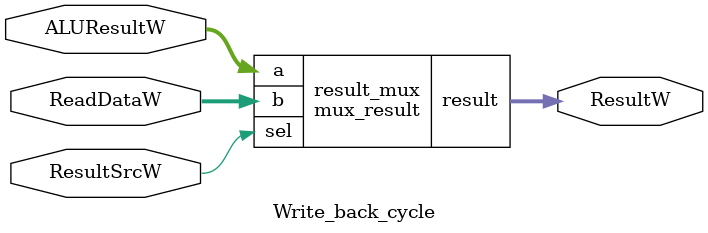
<source format=v>
`timescale 1ns / 1ps

////////////////////////////////////////////////////////////////////
//                               Mux                              //
////////////////////////////////////////////////////////////////////
module mux_result(
    input [31:0] a, b, 
    input sel, 
    output [31:0] result
);

    assign result = sel ? b : a;
endmodule 


////////////////////////////////////////////////////////////////////
//                        Write back cycle                        //
////////////////////////////////////////////////////////////////////

module Write_back_cycle(
    input ResultSrcW,
    input [31:0] ALUResultW, ReadDataW,
    output [31:0] ResultW
);
    
    mux_result result_mux(
                    .a(ALUResultW), 
                    .b(ReadDataW),
                    .sel(ResultSrcW), 
                    .result(ResultW)
                    ); 
                           
endmodule

</source>
